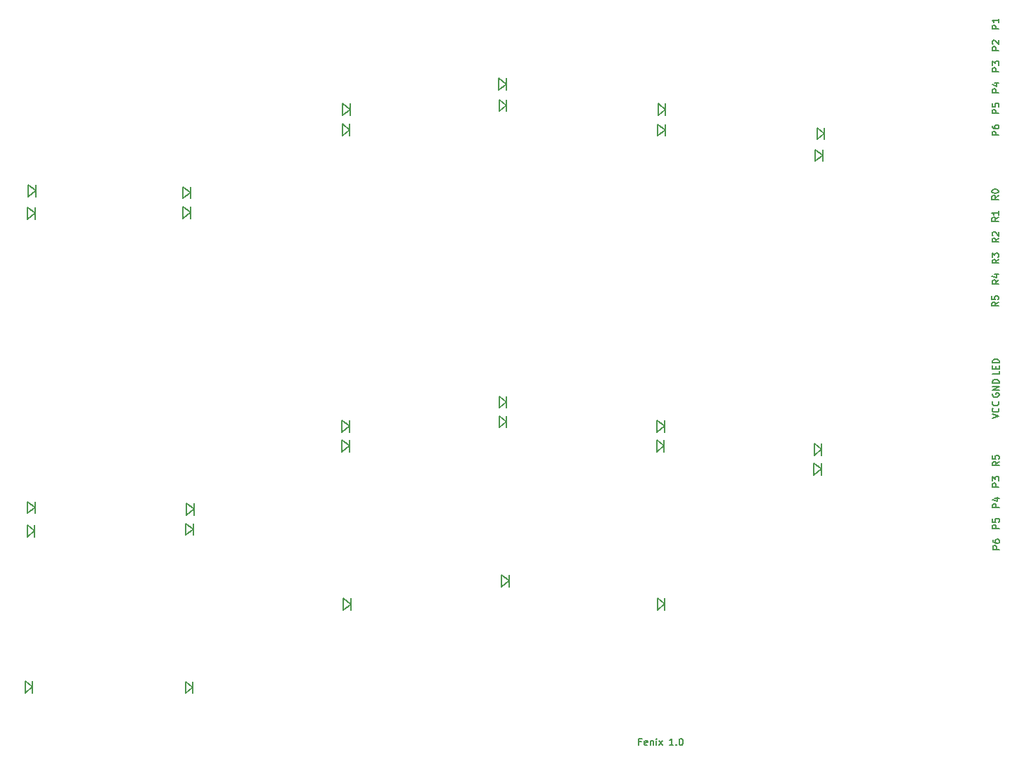
<source format=gbr>
%TF.GenerationSoftware,KiCad,Pcbnew,7.0.2*%
%TF.CreationDate,2023-04-26T23:00:13+02:00*%
%TF.ProjectId,phoenix-no-controller,70686f65-6e69-4782-9d6e-6f2d636f6e74,v1.0.0*%
%TF.SameCoordinates,Original*%
%TF.FileFunction,Legend,Bot*%
%TF.FilePolarity,Positive*%
%FSLAX46Y46*%
G04 Gerber Fmt 4.6, Leading zero omitted, Abs format (unit mm)*
G04 Created by KiCad (PCBNEW 7.0.2) date 2023-04-26 23:00:13*
%MOMM*%
%LPD*%
G01*
G04 APERTURE LIST*
%ADD10C,0.150000*%
G04 APERTURE END LIST*
D10*
X250468190Y-134919523D02*
X250430095Y-134995713D01*
X250430095Y-134995713D02*
X250430095Y-135109999D01*
X250430095Y-135109999D02*
X250468190Y-135224285D01*
X250468190Y-135224285D02*
X250544380Y-135300475D01*
X250544380Y-135300475D02*
X250620571Y-135338570D01*
X250620571Y-135338570D02*
X250772952Y-135376666D01*
X250772952Y-135376666D02*
X250887238Y-135376666D01*
X250887238Y-135376666D02*
X251039619Y-135338570D01*
X251039619Y-135338570D02*
X251115809Y-135300475D01*
X251115809Y-135300475D02*
X251192000Y-135224285D01*
X251192000Y-135224285D02*
X251230095Y-135109999D01*
X251230095Y-135109999D02*
X251230095Y-135033808D01*
X251230095Y-135033808D02*
X251192000Y-134919523D01*
X251192000Y-134919523D02*
X251153904Y-134881427D01*
X251153904Y-134881427D02*
X250887238Y-134881427D01*
X250887238Y-134881427D02*
X250887238Y-135033808D01*
X251230095Y-134538570D02*
X250430095Y-134538570D01*
X250430095Y-134538570D02*
X251230095Y-134081427D01*
X251230095Y-134081427D02*
X250430095Y-134081427D01*
X251230095Y-133700475D02*
X250430095Y-133700475D01*
X250430095Y-133700475D02*
X250430095Y-133509999D01*
X250430095Y-133509999D02*
X250468190Y-133395713D01*
X250468190Y-133395713D02*
X250544380Y-133319523D01*
X250544380Y-133319523D02*
X250620571Y-133281428D01*
X250620571Y-133281428D02*
X250772952Y-133243332D01*
X250772952Y-133243332D02*
X250887238Y-133243332D01*
X250887238Y-133243332D02*
X251039619Y-133281428D01*
X251039619Y-133281428D02*
X251115809Y-133319523D01*
X251115809Y-133319523D02*
X251192000Y-133395713D01*
X251192000Y-133395713D02*
X251230095Y-133509999D01*
X251230095Y-133509999D02*
X251230095Y-133700475D01*
X208138095Y-176871047D02*
X207871429Y-176871047D01*
X207871429Y-177290095D02*
X207871429Y-176490095D01*
X207871429Y-176490095D02*
X208252381Y-176490095D01*
X208861905Y-177252000D02*
X208785714Y-177290095D01*
X208785714Y-177290095D02*
X208633333Y-177290095D01*
X208633333Y-177290095D02*
X208557143Y-177252000D01*
X208557143Y-177252000D02*
X208519047Y-177175809D01*
X208519047Y-177175809D02*
X208519047Y-176871047D01*
X208519047Y-176871047D02*
X208557143Y-176794857D01*
X208557143Y-176794857D02*
X208633333Y-176756761D01*
X208633333Y-176756761D02*
X208785714Y-176756761D01*
X208785714Y-176756761D02*
X208861905Y-176794857D01*
X208861905Y-176794857D02*
X208900000Y-176871047D01*
X208900000Y-176871047D02*
X208900000Y-176947238D01*
X208900000Y-176947238D02*
X208519047Y-177023428D01*
X209242857Y-176756761D02*
X209242857Y-177290095D01*
X209242857Y-176832952D02*
X209280952Y-176794857D01*
X209280952Y-176794857D02*
X209357142Y-176756761D01*
X209357142Y-176756761D02*
X209471428Y-176756761D01*
X209471428Y-176756761D02*
X209547619Y-176794857D01*
X209547619Y-176794857D02*
X209585714Y-176871047D01*
X209585714Y-176871047D02*
X209585714Y-177290095D01*
X209966667Y-177290095D02*
X209966667Y-176756761D01*
X209966667Y-176490095D02*
X209928571Y-176528190D01*
X209928571Y-176528190D02*
X209966667Y-176566285D01*
X209966667Y-176566285D02*
X210004762Y-176528190D01*
X210004762Y-176528190D02*
X209966667Y-176490095D01*
X209966667Y-176490095D02*
X209966667Y-176566285D01*
X210271428Y-177290095D02*
X210690476Y-176756761D01*
X210271428Y-176756761D02*
X210690476Y-177290095D01*
X212023809Y-177290095D02*
X211566666Y-177290095D01*
X211795238Y-177290095D02*
X211795238Y-176490095D01*
X211795238Y-176490095D02*
X211719047Y-176604380D01*
X211719047Y-176604380D02*
X211642857Y-176680571D01*
X211642857Y-176680571D02*
X211566666Y-176718666D01*
X212366667Y-177213904D02*
X212404762Y-177252000D01*
X212404762Y-177252000D02*
X212366667Y-177290095D01*
X212366667Y-177290095D02*
X212328571Y-177252000D01*
X212328571Y-177252000D02*
X212366667Y-177213904D01*
X212366667Y-177213904D02*
X212366667Y-177290095D01*
X212900000Y-176490095D02*
X212976190Y-176490095D01*
X212976190Y-176490095D02*
X213052381Y-176528190D01*
X213052381Y-176528190D02*
X213090476Y-176566285D01*
X213090476Y-176566285D02*
X213128571Y-176642476D01*
X213128571Y-176642476D02*
X213166666Y-176794857D01*
X213166666Y-176794857D02*
X213166666Y-176985333D01*
X213166666Y-176985333D02*
X213128571Y-177137714D01*
X213128571Y-177137714D02*
X213090476Y-177213904D01*
X213090476Y-177213904D02*
X213052381Y-177252000D01*
X213052381Y-177252000D02*
X212976190Y-177290095D01*
X212976190Y-177290095D02*
X212900000Y-177290095D01*
X212900000Y-177290095D02*
X212823809Y-177252000D01*
X212823809Y-177252000D02*
X212785714Y-177213904D01*
X212785714Y-177213904D02*
X212747619Y-177137714D01*
X212747619Y-177137714D02*
X212709523Y-176985333D01*
X212709523Y-176985333D02*
X212709523Y-176794857D01*
X212709523Y-176794857D02*
X212747619Y-176642476D01*
X212747619Y-176642476D02*
X212785714Y-176566285D01*
X212785714Y-176566285D02*
X212823809Y-176528190D01*
X212823809Y-176528190D02*
X212900000Y-176490095D01*
X251210095Y-118773332D02*
X250829142Y-119039999D01*
X251210095Y-119230475D02*
X250410095Y-119230475D01*
X250410095Y-119230475D02*
X250410095Y-118925713D01*
X250410095Y-118925713D02*
X250448190Y-118849523D01*
X250448190Y-118849523D02*
X250486285Y-118811428D01*
X250486285Y-118811428D02*
X250562476Y-118773332D01*
X250562476Y-118773332D02*
X250676761Y-118773332D01*
X250676761Y-118773332D02*
X250752952Y-118811428D01*
X250752952Y-118811428D02*
X250791047Y-118849523D01*
X250791047Y-118849523D02*
X250829142Y-118925713D01*
X250829142Y-118925713D02*
X250829142Y-119230475D01*
X250410095Y-118506666D02*
X250410095Y-118011428D01*
X250410095Y-118011428D02*
X250714857Y-118278094D01*
X250714857Y-118278094D02*
X250714857Y-118163809D01*
X250714857Y-118163809D02*
X250752952Y-118087618D01*
X250752952Y-118087618D02*
X250791047Y-118049523D01*
X250791047Y-118049523D02*
X250867238Y-118011428D01*
X250867238Y-118011428D02*
X251057714Y-118011428D01*
X251057714Y-118011428D02*
X251133904Y-118049523D01*
X251133904Y-118049523D02*
X251172000Y-118087618D01*
X251172000Y-118087618D02*
X251210095Y-118163809D01*
X251210095Y-118163809D02*
X251210095Y-118392380D01*
X251210095Y-118392380D02*
X251172000Y-118468571D01*
X251172000Y-118468571D02*
X251133904Y-118506666D01*
X251210095Y-116223332D02*
X250829142Y-116489999D01*
X251210095Y-116680475D02*
X250410095Y-116680475D01*
X250410095Y-116680475D02*
X250410095Y-116375713D01*
X250410095Y-116375713D02*
X250448190Y-116299523D01*
X250448190Y-116299523D02*
X250486285Y-116261428D01*
X250486285Y-116261428D02*
X250562476Y-116223332D01*
X250562476Y-116223332D02*
X250676761Y-116223332D01*
X250676761Y-116223332D02*
X250752952Y-116261428D01*
X250752952Y-116261428D02*
X250791047Y-116299523D01*
X250791047Y-116299523D02*
X250829142Y-116375713D01*
X250829142Y-116375713D02*
X250829142Y-116680475D01*
X250486285Y-115918571D02*
X250448190Y-115880475D01*
X250448190Y-115880475D02*
X250410095Y-115804285D01*
X250410095Y-115804285D02*
X250410095Y-115613809D01*
X250410095Y-115613809D02*
X250448190Y-115537618D01*
X250448190Y-115537618D02*
X250486285Y-115499523D01*
X250486285Y-115499523D02*
X250562476Y-115461428D01*
X250562476Y-115461428D02*
X250638666Y-115461428D01*
X250638666Y-115461428D02*
X250752952Y-115499523D01*
X250752952Y-115499523D02*
X251210095Y-115956666D01*
X251210095Y-115956666D02*
X251210095Y-115461428D01*
X251180095Y-113703332D02*
X250799142Y-113969999D01*
X251180095Y-114160475D02*
X250380095Y-114160475D01*
X250380095Y-114160475D02*
X250380095Y-113855713D01*
X250380095Y-113855713D02*
X250418190Y-113779523D01*
X250418190Y-113779523D02*
X250456285Y-113741428D01*
X250456285Y-113741428D02*
X250532476Y-113703332D01*
X250532476Y-113703332D02*
X250646761Y-113703332D01*
X250646761Y-113703332D02*
X250722952Y-113741428D01*
X250722952Y-113741428D02*
X250761047Y-113779523D01*
X250761047Y-113779523D02*
X250799142Y-113855713D01*
X250799142Y-113855713D02*
X250799142Y-114160475D01*
X251180095Y-112941428D02*
X251180095Y-113398571D01*
X251180095Y-113169999D02*
X250380095Y-113169999D01*
X250380095Y-113169999D02*
X250494380Y-113246190D01*
X250494380Y-113246190D02*
X250570571Y-113322380D01*
X250570571Y-113322380D02*
X250608666Y-113398571D01*
X251220095Y-96120475D02*
X250420095Y-96120475D01*
X250420095Y-96120475D02*
X250420095Y-95815713D01*
X250420095Y-95815713D02*
X250458190Y-95739523D01*
X250458190Y-95739523D02*
X250496285Y-95701428D01*
X250496285Y-95701428D02*
X250572476Y-95663332D01*
X250572476Y-95663332D02*
X250686761Y-95663332D01*
X250686761Y-95663332D02*
X250762952Y-95701428D01*
X250762952Y-95701428D02*
X250801047Y-95739523D01*
X250801047Y-95739523D02*
X250839142Y-95815713D01*
X250839142Y-95815713D02*
X250839142Y-96120475D01*
X250420095Y-95396666D02*
X250420095Y-94901428D01*
X250420095Y-94901428D02*
X250724857Y-95168094D01*
X250724857Y-95168094D02*
X250724857Y-95053809D01*
X250724857Y-95053809D02*
X250762952Y-94977618D01*
X250762952Y-94977618D02*
X250801047Y-94939523D01*
X250801047Y-94939523D02*
X250877238Y-94901428D01*
X250877238Y-94901428D02*
X251067714Y-94901428D01*
X251067714Y-94901428D02*
X251143904Y-94939523D01*
X251143904Y-94939523D02*
X251182000Y-94977618D01*
X251182000Y-94977618D02*
X251220095Y-95053809D01*
X251220095Y-95053809D02*
X251220095Y-95282380D01*
X251220095Y-95282380D02*
X251182000Y-95358571D01*
X251182000Y-95358571D02*
X251143904Y-95396666D01*
X251220095Y-101160475D02*
X250420095Y-101160475D01*
X250420095Y-101160475D02*
X250420095Y-100855713D01*
X250420095Y-100855713D02*
X250458190Y-100779523D01*
X250458190Y-100779523D02*
X250496285Y-100741428D01*
X250496285Y-100741428D02*
X250572476Y-100703332D01*
X250572476Y-100703332D02*
X250686761Y-100703332D01*
X250686761Y-100703332D02*
X250762952Y-100741428D01*
X250762952Y-100741428D02*
X250801047Y-100779523D01*
X250801047Y-100779523D02*
X250839142Y-100855713D01*
X250839142Y-100855713D02*
X250839142Y-101160475D01*
X250420095Y-99979523D02*
X250420095Y-100360475D01*
X250420095Y-100360475D02*
X250801047Y-100398571D01*
X250801047Y-100398571D02*
X250762952Y-100360475D01*
X250762952Y-100360475D02*
X250724857Y-100284285D01*
X250724857Y-100284285D02*
X250724857Y-100093809D01*
X250724857Y-100093809D02*
X250762952Y-100017618D01*
X250762952Y-100017618D02*
X250801047Y-99979523D01*
X250801047Y-99979523D02*
X250877238Y-99941428D01*
X250877238Y-99941428D02*
X251067714Y-99941428D01*
X251067714Y-99941428D02*
X251143904Y-99979523D01*
X251143904Y-99979523D02*
X251182000Y-100017618D01*
X251182000Y-100017618D02*
X251220095Y-100093809D01*
X251220095Y-100093809D02*
X251220095Y-100284285D01*
X251220095Y-100284285D02*
X251182000Y-100360475D01*
X251182000Y-100360475D02*
X251143904Y-100398571D01*
X251240095Y-132204285D02*
X251240095Y-132585237D01*
X251240095Y-132585237D02*
X250440095Y-132585237D01*
X250821047Y-131937618D02*
X250821047Y-131670952D01*
X251240095Y-131556666D02*
X251240095Y-131937618D01*
X251240095Y-131937618D02*
X250440095Y-131937618D01*
X250440095Y-131937618D02*
X250440095Y-131556666D01*
X251240095Y-131213808D02*
X250440095Y-131213808D01*
X250440095Y-131213808D02*
X250440095Y-131023332D01*
X250440095Y-131023332D02*
X250478190Y-130909046D01*
X250478190Y-130909046D02*
X250554380Y-130832856D01*
X250554380Y-130832856D02*
X250630571Y-130794761D01*
X250630571Y-130794761D02*
X250782952Y-130756665D01*
X250782952Y-130756665D02*
X250897238Y-130756665D01*
X250897238Y-130756665D02*
X251049619Y-130794761D01*
X251049619Y-130794761D02*
X251125809Y-130832856D01*
X251125809Y-130832856D02*
X251202000Y-130909046D01*
X251202000Y-130909046D02*
X251240095Y-131023332D01*
X251240095Y-131023332D02*
X251240095Y-131213808D01*
X251270095Y-153700475D02*
X250470095Y-153700475D01*
X250470095Y-153700475D02*
X250470095Y-153395713D01*
X250470095Y-153395713D02*
X250508190Y-153319523D01*
X250508190Y-153319523D02*
X250546285Y-153281428D01*
X250546285Y-153281428D02*
X250622476Y-153243332D01*
X250622476Y-153243332D02*
X250736761Y-153243332D01*
X250736761Y-153243332D02*
X250812952Y-153281428D01*
X250812952Y-153281428D02*
X250851047Y-153319523D01*
X250851047Y-153319523D02*
X250889142Y-153395713D01*
X250889142Y-153395713D02*
X250889142Y-153700475D01*
X250470095Y-152557618D02*
X250470095Y-152709999D01*
X250470095Y-152709999D02*
X250508190Y-152786190D01*
X250508190Y-152786190D02*
X250546285Y-152824285D01*
X250546285Y-152824285D02*
X250660571Y-152900475D01*
X250660571Y-152900475D02*
X250812952Y-152938571D01*
X250812952Y-152938571D02*
X251117714Y-152938571D01*
X251117714Y-152938571D02*
X251193904Y-152900475D01*
X251193904Y-152900475D02*
X251232000Y-152862380D01*
X251232000Y-152862380D02*
X251270095Y-152786190D01*
X251270095Y-152786190D02*
X251270095Y-152633809D01*
X251270095Y-152633809D02*
X251232000Y-152557618D01*
X251232000Y-152557618D02*
X251193904Y-152519523D01*
X251193904Y-152519523D02*
X251117714Y-152481428D01*
X251117714Y-152481428D02*
X250927238Y-152481428D01*
X250927238Y-152481428D02*
X250851047Y-152519523D01*
X250851047Y-152519523D02*
X250812952Y-152557618D01*
X250812952Y-152557618D02*
X250774857Y-152633809D01*
X250774857Y-152633809D02*
X250774857Y-152786190D01*
X250774857Y-152786190D02*
X250812952Y-152862380D01*
X250812952Y-152862380D02*
X250851047Y-152900475D01*
X250851047Y-152900475D02*
X250927238Y-152938571D01*
X251190095Y-93600475D02*
X250390095Y-93600475D01*
X250390095Y-93600475D02*
X250390095Y-93295713D01*
X250390095Y-93295713D02*
X250428190Y-93219523D01*
X250428190Y-93219523D02*
X250466285Y-93181428D01*
X250466285Y-93181428D02*
X250542476Y-93143332D01*
X250542476Y-93143332D02*
X250656761Y-93143332D01*
X250656761Y-93143332D02*
X250732952Y-93181428D01*
X250732952Y-93181428D02*
X250771047Y-93219523D01*
X250771047Y-93219523D02*
X250809142Y-93295713D01*
X250809142Y-93295713D02*
X250809142Y-93600475D01*
X250466285Y-92838571D02*
X250428190Y-92800475D01*
X250428190Y-92800475D02*
X250390095Y-92724285D01*
X250390095Y-92724285D02*
X250390095Y-92533809D01*
X250390095Y-92533809D02*
X250428190Y-92457618D01*
X250428190Y-92457618D02*
X250466285Y-92419523D01*
X250466285Y-92419523D02*
X250542476Y-92381428D01*
X250542476Y-92381428D02*
X250618666Y-92381428D01*
X250618666Y-92381428D02*
X250732952Y-92419523D01*
X250732952Y-92419523D02*
X251190095Y-92876666D01*
X251190095Y-92876666D02*
X251190095Y-92381428D01*
X251260095Y-143133332D02*
X250879142Y-143399999D01*
X251260095Y-143590475D02*
X250460095Y-143590475D01*
X250460095Y-143590475D02*
X250460095Y-143285713D01*
X250460095Y-143285713D02*
X250498190Y-143209523D01*
X250498190Y-143209523D02*
X250536285Y-143171428D01*
X250536285Y-143171428D02*
X250612476Y-143133332D01*
X250612476Y-143133332D02*
X250726761Y-143133332D01*
X250726761Y-143133332D02*
X250802952Y-143171428D01*
X250802952Y-143171428D02*
X250841047Y-143209523D01*
X250841047Y-143209523D02*
X250879142Y-143285713D01*
X250879142Y-143285713D02*
X250879142Y-143590475D01*
X250460095Y-142409523D02*
X250460095Y-142790475D01*
X250460095Y-142790475D02*
X250841047Y-142828571D01*
X250841047Y-142828571D02*
X250802952Y-142790475D01*
X250802952Y-142790475D02*
X250764857Y-142714285D01*
X250764857Y-142714285D02*
X250764857Y-142523809D01*
X250764857Y-142523809D02*
X250802952Y-142447618D01*
X250802952Y-142447618D02*
X250841047Y-142409523D01*
X250841047Y-142409523D02*
X250917238Y-142371428D01*
X250917238Y-142371428D02*
X251107714Y-142371428D01*
X251107714Y-142371428D02*
X251183904Y-142409523D01*
X251183904Y-142409523D02*
X251222000Y-142447618D01*
X251222000Y-142447618D02*
X251260095Y-142523809D01*
X251260095Y-142523809D02*
X251260095Y-142714285D01*
X251260095Y-142714285D02*
X251222000Y-142790475D01*
X251222000Y-142790475D02*
X251183904Y-142828571D01*
X251250095Y-148670475D02*
X250450095Y-148670475D01*
X250450095Y-148670475D02*
X250450095Y-148365713D01*
X250450095Y-148365713D02*
X250488190Y-148289523D01*
X250488190Y-148289523D02*
X250526285Y-148251428D01*
X250526285Y-148251428D02*
X250602476Y-148213332D01*
X250602476Y-148213332D02*
X250716761Y-148213332D01*
X250716761Y-148213332D02*
X250792952Y-148251428D01*
X250792952Y-148251428D02*
X250831047Y-148289523D01*
X250831047Y-148289523D02*
X250869142Y-148365713D01*
X250869142Y-148365713D02*
X250869142Y-148670475D01*
X250716761Y-147527618D02*
X251250095Y-147527618D01*
X250412000Y-147718094D02*
X250983428Y-147908571D01*
X250983428Y-147908571D02*
X250983428Y-147413332D01*
X251180095Y-111103332D02*
X250799142Y-111369999D01*
X251180095Y-111560475D02*
X250380095Y-111560475D01*
X250380095Y-111560475D02*
X250380095Y-111255713D01*
X250380095Y-111255713D02*
X250418190Y-111179523D01*
X250418190Y-111179523D02*
X250456285Y-111141428D01*
X250456285Y-111141428D02*
X250532476Y-111103332D01*
X250532476Y-111103332D02*
X250646761Y-111103332D01*
X250646761Y-111103332D02*
X250722952Y-111141428D01*
X250722952Y-111141428D02*
X250761047Y-111179523D01*
X250761047Y-111179523D02*
X250799142Y-111255713D01*
X250799142Y-111255713D02*
X250799142Y-111560475D01*
X250380095Y-110608094D02*
X250380095Y-110531904D01*
X250380095Y-110531904D02*
X250418190Y-110455713D01*
X250418190Y-110455713D02*
X250456285Y-110417618D01*
X250456285Y-110417618D02*
X250532476Y-110379523D01*
X250532476Y-110379523D02*
X250684857Y-110341428D01*
X250684857Y-110341428D02*
X250875333Y-110341428D01*
X250875333Y-110341428D02*
X251027714Y-110379523D01*
X251027714Y-110379523D02*
X251103904Y-110417618D01*
X251103904Y-110417618D02*
X251142000Y-110455713D01*
X251142000Y-110455713D02*
X251180095Y-110531904D01*
X251180095Y-110531904D02*
X251180095Y-110608094D01*
X251180095Y-110608094D02*
X251142000Y-110684285D01*
X251142000Y-110684285D02*
X251103904Y-110722380D01*
X251103904Y-110722380D02*
X251027714Y-110760475D01*
X251027714Y-110760475D02*
X250875333Y-110798571D01*
X250875333Y-110798571D02*
X250684857Y-110798571D01*
X250684857Y-110798571D02*
X250532476Y-110760475D01*
X250532476Y-110760475D02*
X250456285Y-110722380D01*
X250456285Y-110722380D02*
X250418190Y-110684285D01*
X250418190Y-110684285D02*
X250380095Y-110608094D01*
X251220095Y-98670475D02*
X250420095Y-98670475D01*
X250420095Y-98670475D02*
X250420095Y-98365713D01*
X250420095Y-98365713D02*
X250458190Y-98289523D01*
X250458190Y-98289523D02*
X250496285Y-98251428D01*
X250496285Y-98251428D02*
X250572476Y-98213332D01*
X250572476Y-98213332D02*
X250686761Y-98213332D01*
X250686761Y-98213332D02*
X250762952Y-98251428D01*
X250762952Y-98251428D02*
X250801047Y-98289523D01*
X250801047Y-98289523D02*
X250839142Y-98365713D01*
X250839142Y-98365713D02*
X250839142Y-98670475D01*
X250686761Y-97527618D02*
X251220095Y-97527618D01*
X250382000Y-97718094D02*
X250953428Y-97908571D01*
X250953428Y-97908571D02*
X250953428Y-97413332D01*
X251190095Y-103800475D02*
X250390095Y-103800475D01*
X250390095Y-103800475D02*
X250390095Y-103495713D01*
X250390095Y-103495713D02*
X250428190Y-103419523D01*
X250428190Y-103419523D02*
X250466285Y-103381428D01*
X250466285Y-103381428D02*
X250542476Y-103343332D01*
X250542476Y-103343332D02*
X250656761Y-103343332D01*
X250656761Y-103343332D02*
X250732952Y-103381428D01*
X250732952Y-103381428D02*
X250771047Y-103419523D01*
X250771047Y-103419523D02*
X250809142Y-103495713D01*
X250809142Y-103495713D02*
X250809142Y-103800475D01*
X250390095Y-102657618D02*
X250390095Y-102809999D01*
X250390095Y-102809999D02*
X250428190Y-102886190D01*
X250428190Y-102886190D02*
X250466285Y-102924285D01*
X250466285Y-102924285D02*
X250580571Y-103000475D01*
X250580571Y-103000475D02*
X250732952Y-103038571D01*
X250732952Y-103038571D02*
X251037714Y-103038571D01*
X251037714Y-103038571D02*
X251113904Y-103000475D01*
X251113904Y-103000475D02*
X251152000Y-102962380D01*
X251152000Y-102962380D02*
X251190095Y-102886190D01*
X251190095Y-102886190D02*
X251190095Y-102733809D01*
X251190095Y-102733809D02*
X251152000Y-102657618D01*
X251152000Y-102657618D02*
X251113904Y-102619523D01*
X251113904Y-102619523D02*
X251037714Y-102581428D01*
X251037714Y-102581428D02*
X250847238Y-102581428D01*
X250847238Y-102581428D02*
X250771047Y-102619523D01*
X250771047Y-102619523D02*
X250732952Y-102657618D01*
X250732952Y-102657618D02*
X250694857Y-102733809D01*
X250694857Y-102733809D02*
X250694857Y-102886190D01*
X250694857Y-102886190D02*
X250732952Y-102962380D01*
X250732952Y-102962380D02*
X250771047Y-103000475D01*
X250771047Y-103000475D02*
X250847238Y-103038571D01*
X250420095Y-137936666D02*
X251220095Y-137669999D01*
X251220095Y-137669999D02*
X250420095Y-137403333D01*
X251143904Y-136679523D02*
X251182000Y-136717619D01*
X251182000Y-136717619D02*
X251220095Y-136831904D01*
X251220095Y-136831904D02*
X251220095Y-136908095D01*
X251220095Y-136908095D02*
X251182000Y-137022381D01*
X251182000Y-137022381D02*
X251105809Y-137098571D01*
X251105809Y-137098571D02*
X251029619Y-137136666D01*
X251029619Y-137136666D02*
X250877238Y-137174762D01*
X250877238Y-137174762D02*
X250762952Y-137174762D01*
X250762952Y-137174762D02*
X250610571Y-137136666D01*
X250610571Y-137136666D02*
X250534380Y-137098571D01*
X250534380Y-137098571D02*
X250458190Y-137022381D01*
X250458190Y-137022381D02*
X250420095Y-136908095D01*
X250420095Y-136908095D02*
X250420095Y-136831904D01*
X250420095Y-136831904D02*
X250458190Y-136717619D01*
X250458190Y-136717619D02*
X250496285Y-136679523D01*
X251143904Y-135879523D02*
X251182000Y-135917619D01*
X251182000Y-135917619D02*
X251220095Y-136031904D01*
X251220095Y-136031904D02*
X251220095Y-136108095D01*
X251220095Y-136108095D02*
X251182000Y-136222381D01*
X251182000Y-136222381D02*
X251105809Y-136298571D01*
X251105809Y-136298571D02*
X251029619Y-136336666D01*
X251029619Y-136336666D02*
X250877238Y-136374762D01*
X250877238Y-136374762D02*
X250762952Y-136374762D01*
X250762952Y-136374762D02*
X250610571Y-136336666D01*
X250610571Y-136336666D02*
X250534380Y-136298571D01*
X250534380Y-136298571D02*
X250458190Y-136222381D01*
X250458190Y-136222381D02*
X250420095Y-136108095D01*
X250420095Y-136108095D02*
X250420095Y-136031904D01*
X250420095Y-136031904D02*
X250458190Y-135917619D01*
X250458190Y-135917619D02*
X250496285Y-135879523D01*
X251210095Y-121263332D02*
X250829142Y-121529999D01*
X251210095Y-121720475D02*
X250410095Y-121720475D01*
X250410095Y-121720475D02*
X250410095Y-121415713D01*
X250410095Y-121415713D02*
X250448190Y-121339523D01*
X250448190Y-121339523D02*
X250486285Y-121301428D01*
X250486285Y-121301428D02*
X250562476Y-121263332D01*
X250562476Y-121263332D02*
X250676761Y-121263332D01*
X250676761Y-121263332D02*
X250752952Y-121301428D01*
X250752952Y-121301428D02*
X250791047Y-121339523D01*
X250791047Y-121339523D02*
X250829142Y-121415713D01*
X250829142Y-121415713D02*
X250829142Y-121720475D01*
X250676761Y-120577618D02*
X251210095Y-120577618D01*
X250372000Y-120768094D02*
X250943428Y-120958571D01*
X250943428Y-120958571D02*
X250943428Y-120463332D01*
X251240095Y-151190475D02*
X250440095Y-151190475D01*
X250440095Y-151190475D02*
X250440095Y-150885713D01*
X250440095Y-150885713D02*
X250478190Y-150809523D01*
X250478190Y-150809523D02*
X250516285Y-150771428D01*
X250516285Y-150771428D02*
X250592476Y-150733332D01*
X250592476Y-150733332D02*
X250706761Y-150733332D01*
X250706761Y-150733332D02*
X250782952Y-150771428D01*
X250782952Y-150771428D02*
X250821047Y-150809523D01*
X250821047Y-150809523D02*
X250859142Y-150885713D01*
X250859142Y-150885713D02*
X250859142Y-151190475D01*
X250440095Y-150009523D02*
X250440095Y-150390475D01*
X250440095Y-150390475D02*
X250821047Y-150428571D01*
X250821047Y-150428571D02*
X250782952Y-150390475D01*
X250782952Y-150390475D02*
X250744857Y-150314285D01*
X250744857Y-150314285D02*
X250744857Y-150123809D01*
X250744857Y-150123809D02*
X250782952Y-150047618D01*
X250782952Y-150047618D02*
X250821047Y-150009523D01*
X250821047Y-150009523D02*
X250897238Y-149971428D01*
X250897238Y-149971428D02*
X251087714Y-149971428D01*
X251087714Y-149971428D02*
X251163904Y-150009523D01*
X251163904Y-150009523D02*
X251202000Y-150047618D01*
X251202000Y-150047618D02*
X251240095Y-150123809D01*
X251240095Y-150123809D02*
X251240095Y-150314285D01*
X251240095Y-150314285D02*
X251202000Y-150390475D01*
X251202000Y-150390475D02*
X251163904Y-150428571D01*
X251220095Y-146180475D02*
X250420095Y-146180475D01*
X250420095Y-146180475D02*
X250420095Y-145875713D01*
X250420095Y-145875713D02*
X250458190Y-145799523D01*
X250458190Y-145799523D02*
X250496285Y-145761428D01*
X250496285Y-145761428D02*
X250572476Y-145723332D01*
X250572476Y-145723332D02*
X250686761Y-145723332D01*
X250686761Y-145723332D02*
X250762952Y-145761428D01*
X250762952Y-145761428D02*
X250801047Y-145799523D01*
X250801047Y-145799523D02*
X250839142Y-145875713D01*
X250839142Y-145875713D02*
X250839142Y-146180475D01*
X250420095Y-145456666D02*
X250420095Y-144961428D01*
X250420095Y-144961428D02*
X250724857Y-145228094D01*
X250724857Y-145228094D02*
X250724857Y-145113809D01*
X250724857Y-145113809D02*
X250762952Y-145037618D01*
X250762952Y-145037618D02*
X250801047Y-144999523D01*
X250801047Y-144999523D02*
X250877238Y-144961428D01*
X250877238Y-144961428D02*
X251067714Y-144961428D01*
X251067714Y-144961428D02*
X251143904Y-144999523D01*
X251143904Y-144999523D02*
X251182000Y-145037618D01*
X251182000Y-145037618D02*
X251220095Y-145113809D01*
X251220095Y-145113809D02*
X251220095Y-145342380D01*
X251220095Y-145342380D02*
X251182000Y-145418571D01*
X251182000Y-145418571D02*
X251143904Y-145456666D01*
X251190095Y-91000475D02*
X250390095Y-91000475D01*
X250390095Y-91000475D02*
X250390095Y-90695713D01*
X250390095Y-90695713D02*
X250428190Y-90619523D01*
X250428190Y-90619523D02*
X250466285Y-90581428D01*
X250466285Y-90581428D02*
X250542476Y-90543332D01*
X250542476Y-90543332D02*
X250656761Y-90543332D01*
X250656761Y-90543332D02*
X250732952Y-90581428D01*
X250732952Y-90581428D02*
X250771047Y-90619523D01*
X250771047Y-90619523D02*
X250809142Y-90695713D01*
X250809142Y-90695713D02*
X250809142Y-91000475D01*
X251190095Y-89781428D02*
X251190095Y-90238571D01*
X251190095Y-90009999D02*
X250390095Y-90009999D01*
X250390095Y-90009999D02*
X250504380Y-90086190D01*
X250504380Y-90086190D02*
X250580571Y-90162380D01*
X250580571Y-90162380D02*
X250618666Y-90238571D01*
X251180095Y-123903332D02*
X250799142Y-124169999D01*
X251180095Y-124360475D02*
X250380095Y-124360475D01*
X250380095Y-124360475D02*
X250380095Y-124055713D01*
X250380095Y-124055713D02*
X250418190Y-123979523D01*
X250418190Y-123979523D02*
X250456285Y-123941428D01*
X250456285Y-123941428D02*
X250532476Y-123903332D01*
X250532476Y-123903332D02*
X250646761Y-123903332D01*
X250646761Y-123903332D02*
X250722952Y-123941428D01*
X250722952Y-123941428D02*
X250761047Y-123979523D01*
X250761047Y-123979523D02*
X250799142Y-124055713D01*
X250799142Y-124055713D02*
X250799142Y-124360475D01*
X250380095Y-123179523D02*
X250380095Y-123560475D01*
X250380095Y-123560475D02*
X250761047Y-123598571D01*
X250761047Y-123598571D02*
X250722952Y-123560475D01*
X250722952Y-123560475D02*
X250684857Y-123484285D01*
X250684857Y-123484285D02*
X250684857Y-123293809D01*
X250684857Y-123293809D02*
X250722952Y-123217618D01*
X250722952Y-123217618D02*
X250761047Y-123179523D01*
X250761047Y-123179523D02*
X250837238Y-123141428D01*
X250837238Y-123141428D02*
X251027714Y-123141428D01*
X251027714Y-123141428D02*
X251103904Y-123179523D01*
X251103904Y-123179523D02*
X251142000Y-123217618D01*
X251142000Y-123217618D02*
X251180095Y-123293809D01*
X251180095Y-123293809D02*
X251180095Y-123484285D01*
X251180095Y-123484285D02*
X251142000Y-123560475D01*
X251142000Y-123560475D02*
X251103904Y-123598571D01*
%TO.C,D25*%
X230200000Y-103630000D02*
X229300000Y-102930000D01*
X230200000Y-102930000D02*
X230200000Y-104330000D01*
X229300000Y-104330000D02*
X230200000Y-103630000D01*
X229300000Y-102930000D02*
X229300000Y-104330000D01*
X191940000Y-138310000D02*
X191040000Y-137610000D01*
X191940000Y-137610000D02*
X191940000Y-139010000D01*
X191040000Y-139010000D02*
X191940000Y-138310000D01*
X191040000Y-137610000D02*
X191040000Y-139010000D01*
X211020000Y-103200000D02*
X210120000Y-102500000D01*
X211020000Y-102500000D02*
X211020000Y-103900000D01*
X210120000Y-103900000D02*
X211020000Y-103200000D01*
X210120000Y-102500000D02*
X210120000Y-103900000D01*
X154250000Y-151260000D02*
X153350000Y-150560000D01*
X154250000Y-150560000D02*
X154250000Y-151960000D01*
X153350000Y-151960000D02*
X154250000Y-151260000D01*
X153350000Y-150560000D02*
X153350000Y-151960000D01*
X173020000Y-141230000D02*
X172120000Y-140530000D01*
X173020000Y-140530000D02*
X173020000Y-141930000D01*
X172120000Y-141930000D02*
X173020000Y-141230000D01*
X172120000Y-140530000D02*
X172120000Y-141930000D01*
X191930000Y-100240000D02*
X191030000Y-99540000D01*
X191930000Y-99540000D02*
X191930000Y-100940000D01*
X191030000Y-100940000D02*
X191930000Y-100240000D01*
X191030000Y-99540000D02*
X191030000Y-100940000D01*
X153910000Y-110730000D02*
X153010000Y-110030000D01*
X153910000Y-110030000D02*
X153910000Y-111430000D01*
X153010000Y-111430000D02*
X153910000Y-110730000D01*
X153010000Y-110030000D02*
X153010000Y-111430000D01*
X229850000Y-144030000D02*
X228950000Y-143330000D01*
X229850000Y-143330000D02*
X229850000Y-144730000D01*
X228950000Y-144730000D02*
X229850000Y-144030000D01*
X228950000Y-143330000D02*
X228950000Y-144730000D01*
X154170000Y-170310000D02*
X153270000Y-169610000D01*
X154170000Y-169610000D02*
X154170000Y-171010000D01*
X153270000Y-171010000D02*
X154170000Y-170310000D01*
X153270000Y-169610000D02*
X153270000Y-171010000D01*
X210990000Y-160280000D02*
X210090000Y-159580000D01*
X210990000Y-159580000D02*
X210990000Y-160980000D01*
X210090000Y-160980000D02*
X210990000Y-160280000D01*
X210090000Y-159580000D02*
X210090000Y-160980000D01*
X173080000Y-100710000D02*
X172180000Y-100010000D01*
X173080000Y-100010000D02*
X173080000Y-101410000D01*
X172180000Y-101410000D02*
X173080000Y-100710000D01*
X172180000Y-100010000D02*
X172180000Y-101410000D01*
X173200000Y-160300000D02*
X172300000Y-159600000D01*
X173200000Y-159600000D02*
X173200000Y-161000000D01*
X172300000Y-161000000D02*
X173200000Y-160300000D01*
X172300000Y-159600000D02*
X172300000Y-161000000D01*
X135160000Y-113220000D02*
X134260000Y-112520000D01*
X135160000Y-112520000D02*
X135160000Y-113920000D01*
X134260000Y-113920000D02*
X135160000Y-113220000D01*
X134260000Y-112520000D02*
X134260000Y-113920000D01*
X229860000Y-141660000D02*
X228960000Y-140960000D01*
X229860000Y-140960000D02*
X229860000Y-142360000D01*
X228960000Y-142360000D02*
X229860000Y-141660000D01*
X228960000Y-140960000D02*
X228960000Y-142360000D01*
X134870000Y-170270000D02*
X133970000Y-169570000D01*
X134870000Y-169570000D02*
X134870000Y-170970000D01*
X133970000Y-170970000D02*
X134870000Y-170270000D01*
X133970000Y-169570000D02*
X133970000Y-170970000D01*
X230020000Y-106220000D02*
X229120000Y-105520000D01*
X230020000Y-105520000D02*
X230020000Y-106920000D01*
X229120000Y-106920000D02*
X230020000Y-106220000D01*
X229120000Y-105520000D02*
X229120000Y-106920000D01*
X173030000Y-138860000D02*
X172130000Y-138160000D01*
X173030000Y-138160000D02*
X173030000Y-139560000D01*
X172130000Y-139560000D02*
X173030000Y-138860000D01*
X172130000Y-138160000D02*
X172130000Y-139560000D01*
X173060000Y-103150000D02*
X172160000Y-102450000D01*
X173060000Y-102450000D02*
X173060000Y-103850000D01*
X172160000Y-103850000D02*
X173060000Y-103150000D01*
X172160000Y-102450000D02*
X172160000Y-103850000D01*
X135180000Y-148670000D02*
X134280000Y-147970000D01*
X135180000Y-147970000D02*
X135180000Y-149370000D01*
X134280000Y-149370000D02*
X135180000Y-148670000D01*
X134280000Y-147970000D02*
X134280000Y-149370000D01*
X135260000Y-110510000D02*
X134360000Y-109810000D01*
X135260000Y-109810000D02*
X135260000Y-111210000D01*
X134360000Y-111210000D02*
X135260000Y-110510000D01*
X134360000Y-109810000D02*
X134360000Y-111210000D01*
X211070000Y-100710000D02*
X210170000Y-100010000D01*
X211070000Y-100010000D02*
X211070000Y-101410000D01*
X210170000Y-101410000D02*
X211070000Y-100710000D01*
X210170000Y-100010000D02*
X210170000Y-101410000D01*
X210930000Y-138870000D02*
X210030000Y-138170000D01*
X210930000Y-138170000D02*
X210930000Y-139570000D01*
X210030000Y-139570000D02*
X210930000Y-138870000D01*
X210030000Y-138170000D02*
X210030000Y-139570000D01*
X191950000Y-135940000D02*
X191050000Y-135240000D01*
X191950000Y-135240000D02*
X191950000Y-136640000D01*
X191050000Y-136640000D02*
X191950000Y-135940000D01*
X191050000Y-135240000D02*
X191050000Y-136640000D01*
X154310000Y-148860000D02*
X153410000Y-148160000D01*
X154310000Y-148160000D02*
X154310000Y-149560000D01*
X153410000Y-149560000D02*
X154310000Y-148860000D01*
X153410000Y-148160000D02*
X153410000Y-149560000D01*
X135140000Y-151470000D02*
X134240000Y-150770000D01*
X135140000Y-150770000D02*
X135140000Y-152170000D01*
X134240000Y-152170000D02*
X135140000Y-151470000D01*
X134240000Y-150770000D02*
X134240000Y-152170000D01*
X153870000Y-113130000D02*
X152970000Y-112430000D01*
X153870000Y-112430000D02*
X153870000Y-113830000D01*
X152970000Y-113830000D02*
X153870000Y-113130000D01*
X152970000Y-112430000D02*
X152970000Y-113830000D01*
X192230000Y-157500000D02*
X191330000Y-156800000D01*
X192230000Y-156800000D02*
X192230000Y-158200000D01*
X191330000Y-158200000D02*
X192230000Y-157500000D01*
X191330000Y-156800000D02*
X191330000Y-158200000D01*
X191880000Y-97660000D02*
X190980000Y-96960000D01*
X191880000Y-96960000D02*
X191880000Y-98360000D01*
X190980000Y-98360000D02*
X191880000Y-97660000D01*
X190980000Y-96960000D02*
X190980000Y-98360000D01*
X210920000Y-141240000D02*
X210020000Y-140540000D01*
X210920000Y-140540000D02*
X210920000Y-141940000D01*
X210020000Y-141940000D02*
X210920000Y-141240000D01*
X210020000Y-140540000D02*
X210020000Y-141940000D01*
%TD*%
M02*

</source>
